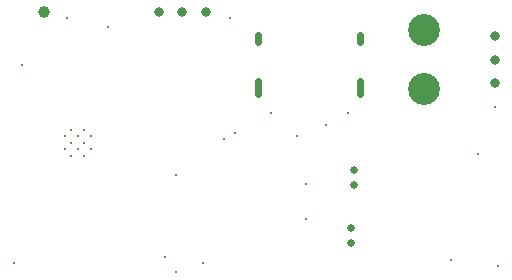
<source format=gbr>
%TF.GenerationSoftware,KiCad,Pcbnew,9.0.3*%
%TF.CreationDate,2025-08-05T23:13:49-05:00*%
%TF.ProjectId,Battle_Bot_Mind,42617474-6c65-45f4-926f-745f4d696e64,rev?*%
%TF.SameCoordinates,Original*%
%TF.FileFunction,Plated,1,2,PTH,Mixed*%
%TF.FilePolarity,Positive*%
%FSLAX46Y46*%
G04 Gerber Fmt 4.6, Leading zero omitted, Abs format (unit mm)*
G04 Created by KiCad (PCBNEW 9.0.3) date 2025-08-05 23:13:49*
%MOMM*%
%LPD*%
G01*
G04 APERTURE LIST*
%TA.AperFunction,ComponentDrill*%
%ADD10C,0.200000*%
%TD*%
%TA.AperFunction,ViaDrill*%
%ADD11C,0.300000*%
%TD*%
G04 aperture for slot hole*
%TA.AperFunction,ComponentDrill*%
%ADD12C,0.600000*%
%TD*%
%TA.AperFunction,ComponentDrill*%
%ADD13C,0.650000*%
%TD*%
%TA.AperFunction,ComponentDrill*%
%ADD14C,0.800000*%
%TD*%
%TA.AperFunction,ComponentDrill*%
%ADD15C,1.000000*%
%TD*%
%TA.AperFunction,ComponentDrill*%
%ADD16C,2.700000*%
%TD*%
G04 APERTURE END LIST*
D10*
%TO.C,U1*%
X112300000Y-82740000D03*
X112300000Y-83840000D03*
X112850000Y-82190000D03*
X112850000Y-83290000D03*
X112850000Y-84390000D03*
X113400000Y-82740000D03*
X113400000Y-83840000D03*
X113950000Y-82190000D03*
X113950000Y-83290000D03*
X113950000Y-84390000D03*
X114500000Y-82740000D03*
X114500000Y-83840000D03*
%TD*%
D11*
X108000000Y-93500000D03*
X108700000Y-76750000D03*
X112500000Y-72750000D03*
X116000000Y-73470000D03*
X120750000Y-93000000D03*
X121750000Y-86000000D03*
X121750000Y-94200000D03*
X124000000Y-93499000D03*
X125750000Y-83000000D03*
X126250000Y-72750000D03*
X126750000Y-82500000D03*
X129750000Y-80750000D03*
X132000000Y-82750000D03*
X132750000Y-86750000D03*
X132750000Y-89750000D03*
X134415380Y-81834620D03*
X136250000Y-80750000D03*
X145000000Y-93250000D03*
X147250000Y-84250000D03*
X148750000Y-80250000D03*
X149000000Y-93750000D03*
D12*
%TO.C,J1*%
X128680000Y-74150000D02*
X128680000Y-74750000D01*
X128680000Y-78080000D02*
X128680000Y-79180000D01*
X137320000Y-74150000D02*
X137320000Y-74750000D01*
X137320000Y-78080000D02*
X137320000Y-79180000D01*
D13*
%TO.C,M2*%
X136500000Y-90550000D03*
X136500000Y-91820000D03*
%TO.C,M1*%
X136800000Y-85625000D03*
X136800000Y-86895000D03*
D14*
%TO.C,DBG1*%
X120250000Y-72250000D03*
X122250000Y-72250000D03*
X124250000Y-72250000D03*
%TO.C,J3*%
X148750000Y-74250000D03*
X148750000Y-76250000D03*
X148750000Y-78250000D03*
D15*
%TO.C,J4*%
X110500000Y-72250000D03*
D16*
%TO.C,J2*%
X142750000Y-73750000D03*
X142750000Y-78750000D03*
M02*

</source>
